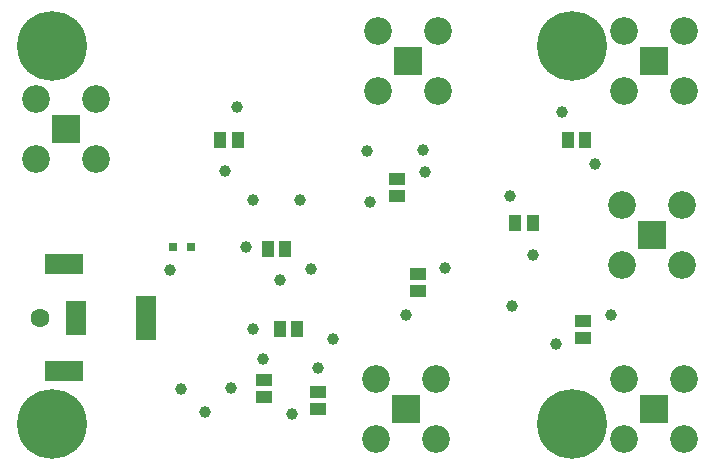
<source format=gts>
G04*
G04 #@! TF.GenerationSoftware,Altium Limited,Altium Designer,24.1.2 (44)*
G04*
G04 Layer_Color=8388736*
%FSLAX44Y44*%
%MOMM*%
G71*
G04*
G04 #@! TF.SameCoordinates,213EFF85-FE73-46F0-9486-E91859054EE2*
G04*
G04*
G04 #@! TF.FilePolarity,Negative*
G04*
G01*
G75*
%ADD15R,1.3562X1.0546*%
%ADD16R,1.0546X1.3562*%
%ADD17R,0.8000X0.8000*%
%ADD18C,5.9032*%
%ADD19R,2.3400X2.3400*%
%ADD20C,2.3400*%
%ADD21R,2.3400X2.3400*%
%ADD22R,3.2032X1.7032*%
%ADD23C,1.6032*%
%ADD24R,1.7032X3.7032*%
%ADD25R,1.7032X3.0032*%
%ADD26C,1.0032*%
D15*
X322000Y222742D02*
D03*
Y237258D02*
D03*
X255000Y57258D02*
D03*
Y42742D02*
D03*
X210000Y52742D02*
D03*
Y67258D02*
D03*
X480000Y102742D02*
D03*
Y117258D02*
D03*
X340000Y157258D02*
D03*
Y142742D02*
D03*
D16*
X422500Y200000D02*
D03*
X437016D02*
D03*
X466742Y270000D02*
D03*
X481258D02*
D03*
X222742Y110000D02*
D03*
X237258D02*
D03*
X212742Y178500D02*
D03*
X227258D02*
D03*
X187258Y270000D02*
D03*
X172742D02*
D03*
D17*
X132500Y180000D02*
D03*
X147500D02*
D03*
D18*
X30000Y350000D02*
D03*
X470000Y30000D02*
D03*
Y350000D02*
D03*
X30000Y30000D02*
D03*
D19*
X540000Y42300D02*
D03*
Y337700D02*
D03*
X330000Y42300D02*
D03*
X331910Y337700D02*
D03*
D20*
X514600Y16900D02*
D03*
Y67700D02*
D03*
X565400Y16900D02*
D03*
Y67700D02*
D03*
X563100Y164600D02*
D03*
X512300D02*
D03*
X563100Y215400D02*
D03*
X512300D02*
D03*
X565400Y363100D02*
D03*
Y312300D02*
D03*
X514600Y363100D02*
D03*
Y312300D02*
D03*
X304600Y16900D02*
D03*
Y67700D02*
D03*
X355400Y16900D02*
D03*
Y67700D02*
D03*
X357310Y363100D02*
D03*
Y312300D02*
D03*
X306510Y363100D02*
D03*
Y312300D02*
D03*
X67700Y254600D02*
D03*
X16900D02*
D03*
X67700Y305400D02*
D03*
X16900D02*
D03*
D21*
X537700Y190000D02*
D03*
X42300Y280000D02*
D03*
D22*
X40000Y165000D02*
D03*
Y75000D02*
D03*
D23*
X20000Y120000D02*
D03*
D24*
X110000D02*
D03*
D25*
X50000D02*
D03*
D26*
X223000Y152000D02*
D03*
X346000Y243000D02*
D03*
X240000Y220000D02*
D03*
X437258Y173258D02*
D03*
X344000Y262000D02*
D03*
X296639Y261410D02*
D03*
X299000Y218000D02*
D03*
X233000Y38000D02*
D03*
X209000Y85000D02*
D03*
X255000Y77000D02*
D03*
X200000Y220000D02*
D03*
X194731Y179407D02*
D03*
X490000Y250000D02*
D03*
X176802Y244254D02*
D03*
X462000Y294000D02*
D03*
X363000Y162000D02*
D03*
X503000Y122000D02*
D03*
X418000Y223000D02*
D03*
X200113Y110500D02*
D03*
X139000Y60000D02*
D03*
X181223Y60023D02*
D03*
X159694Y40491D02*
D03*
X456740Y97550D02*
D03*
X419153Y129993D02*
D03*
X330139Y121925D02*
D03*
X187000Y298000D02*
D03*
X130000Y160000D02*
D03*
X249020Y160980D02*
D03*
X268169Y101831D02*
D03*
M02*

</source>
